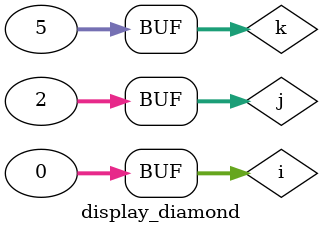
<source format=v>

module display_diamond;


integer i;
integer j;
integer k;
//integer space;

initial begin
	
	for (i=1;i<=5;i++)begin
		for (k=1;k<=5-i;k++)begin
			$write(" ");
		end
		for (j=1;j<=i;j++)begin
			$write("%d",i);
		end
		$write("\n");

	end
	



	for (i=4;i>=1;i--)begin
		for (k=1;k<=5-i;k++)
			$write(" ");
		for (j=1;j<=i;j++)begin
			$write("%d",i);
		end
		$write("\n");

	end
	
end
endmodule


</source>
